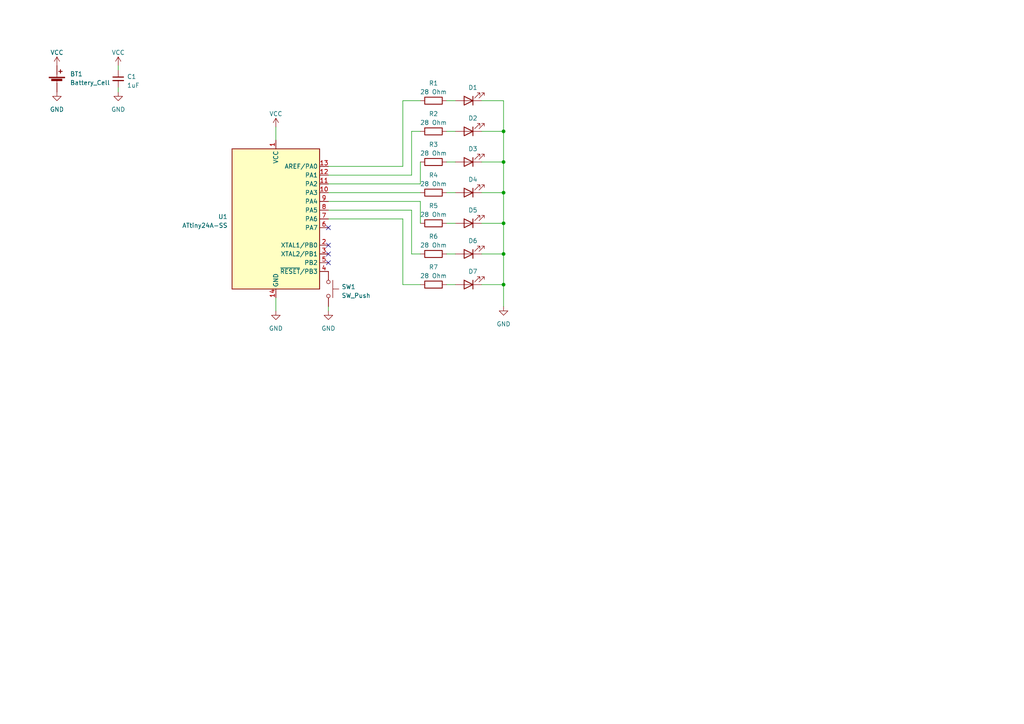
<source format=kicad_sch>
(kicad_sch (version 20230121) (generator eeschema)
  (paper "A4")
  (lib_symbols
    (symbol "Device:Battery_Cell" (pin_numbers hide) (pin_names (offset 0) hide)
      (property "Reference" "BT" (at 2.54 2.54 0))
      (property "Value" "Battery_Cell" (at 2.54 0 0))
      (symbol "Battery_Cell_0_1"
        (rectangle (start -2.286 1.778) (end 2.286 1.524) (fill (type outline)))
        (rectangle (start -1.5748 1.1938) (end 1.4732 0.6858) (fill (type outline)))
        (polyline (pts (xy 0 0.762) (xy 0 0)))
        (polyline (pts (xy 0 1.778) (xy 0 2.54)))
        (polyline (pts (xy 0.508 3.429) (xy 1.524 3.429)) (stroke (width 0.254)))
        (polyline (pts (xy 1.016 3.937) (xy 1.016 2.921)) (stroke (width 0.254)))
      )
      (symbol "Battery_Cell_1_1"
        (pin passive line (at 0 5.08 270) (length 2.54) (name "+") (number "1"))
        (pin passive line (at 0 -2.54 90) (length 2.54) (name "-") (number "2"))
      )
    )
    (symbol "Device:C_Small" (pin_numbers hide) (pin_names (offset 0.254) hide)
      (property "Reference" "C" (at 0.254 1.778 0))
      (property "Value" "C_Small" (at 0.254 -2.032 0))
      (symbol "C_Small_0_1"
        (polyline (pts (xy -1.524 -0.508) (xy 1.524 -0.508)) (stroke (width 0.3302)))
        (polyline (pts (xy -1.524 0.508) (xy 1.524 0.508)) (stroke (width 0.3048)))
      )
      (symbol "C_Small_1_1"
        (pin passive line (at 0 2.54 270) (length 2.032) (name "~") (number "1"))
        (pin passive line (at 0 -2.54 90) (length 2.032) (name "~") (number "2"))
      )
    )
    (symbol "Device:LED" (pin_numbers hide) (pin_names (offset 1.016) hide)
      (property "Reference" "D" (at 0 2.54 0))
      (property "Value" "LED" (at 0 -2.54 0))
      (symbol "LED_0_1"
        (polyline (pts (xy -1.27 -1.27) (xy -1.27 1.27)) (stroke (width 0.254)))
        (polyline (pts (xy -1.27 0) (xy 1.27 0)))
        (polyline (pts (xy 1.27 -1.27) (xy 1.27 1.27) (xy -1.27 0) (xy 1.27 -1.27)) (stroke (width 0.254)))
        (polyline (pts (xy -3.048 -0.762) (xy -4.572 -2.286) (xy -3.81 -2.286) (xy -4.572 -2.286) (xy -4.572 -1.524)))
        (polyline (pts (xy -1.778 -0.762) (xy -3.302 -2.286) (xy -2.54 -2.286) (xy -3.302 -2.286) (xy -3.302 -1.524)))
      )
      (symbol "LED_1_1"
        (pin passive line (at -3.81 0 0) (length 2.54) (name "K") (number "1"))
        (pin passive line (at 3.81 0 180) (length 2.54) (name "A") (number "2"))
      )
    )
    (symbol "Device:R" (pin_numbers hide) (pin_names (offset 0))
      (property "Reference" "R" (at 2.032 0 90))
      (property "Value" "R" (at 0 0 90))
      (symbol "R_0_1"
        (rectangle (start -1.016 -2.54) (end 1.016 2.54) (stroke (width 0.254)))
      )
      (symbol "R_1_1"
        (pin passive line (at 0 3.81 270) (length 1.27) (name "~") (number "1"))
        (pin passive line (at 0 -3.81 90) (length 1.27) (name "~") (number "2"))
      )
    )
    (symbol "MCU_Microchip_ATtiny:ATtiny24A-SS"
      (property "Reference" "U" (at -12.7 21.59 0))
      (property "Value" "ATtiny24A-SS" (at 2.54 -21.59 0))
      (symbol "ATtiny24A-SS_0_1"
        (rectangle (start -12.7 -20.32) (end 12.7 20.32) (stroke (width 0.254)) (fill (type background)))
      )
      (symbol "ATtiny24A-SS_1_1"
        (pin power_in line (at 0 22.86 270) (length 2.54) (name "VCC") (number "1"))
        (pin bidirectional line (at 15.24 7.62 180) (length 2.54) (name "PA3") (number "10"))
        (pin bidirectional line (at 15.24 10.16 180) (length 2.54) (name "PA2") (number "11"))
        (pin bidirectional line (at 15.24 12.7 180) (length 2.54) (name "PA1") (number "12"))
        (pin bidirectional line (at 15.24 15.24 180) (length 2.54) (name "AREF/PA0") (number "13"))
        (pin power_in line (at 0 -22.86 90) (length 2.54) (name "GND") (number "14"))
        (pin bidirectional line (at 15.24 -7.62 180) (length 2.54) (name "XTAL1/PB0") (number "2"))
        (pin bidirectional line (at 15.24 -10.16 180) (length 2.54) (name "XTAL2/PB1") (number "3"))
        (pin bidirectional line (at 15.24 -15.24 180) (length 2.54) (name "~{RESET}/PB3") (number "4"))
        (pin bidirectional line (at 15.24 -12.7 180) (length 2.54) (name "PB2") (number "5"))
        (pin bidirectional line (at 15.24 -2.54 180) (length 2.54) (name "PA7") (number "6"))
        (pin bidirectional line (at 15.24 0 180) (length 2.54) (name "PA6") (number "7"))
        (pin bidirectional line (at 15.24 2.54 180) (length 2.54) (name "PA5") (number "8"))
        (pin bidirectional line (at 15.24 5.08 180) (length 2.54) (name "PA4") (number "9"))
      )
    )
    (symbol "Switch:SW_Push" (pin_numbers hide) (pin_names (offset 1.016) hide)
      (property "Reference" "SW" (at 1.27 2.54 0))
      (property "Value" "SW_Push" (at 0 -1.524 0))
      (symbol "SW_Push_0_1"
        (circle (center -2.032 0) (radius 0.508))
        (polyline (pts (xy 0 1.27) (xy 0 3.048)))
        (polyline (pts (xy 2.54 1.27) (xy -2.54 1.27)))
        (circle (center 2.032 0) (radius 0.508))
        (pin passive line (at -5.08 0 0) (length 2.54) (name "1") (number "1"))
        (pin passive line (at 5.08 0 180) (length 2.54) (name "2") (number "2"))
      )
    )
    (symbol "power:GND" (power) (pin_names (offset 0))
      (property "Value" "GND" (at 0 -3.81 0))
      (symbol "GND_0_1"
        (polyline (pts (xy 0 0) (xy 0 -1.27) (xy 1.27 -1.27) (xy 0 -2.54) (xy -1.27 -1.27) (xy 0 -1.27)))
      )
      (symbol "GND_1_1"
        (pin power_in line (at 0 0 270) (length 0) hide (name "GND") (number "1"))
      )
    )
    (symbol "power:VCC" (power) (pin_names (offset 0))
      (property "Value" "VCC" (at 0 3.81 0))
      (symbol "VCC_0_1"
        (polyline (pts (xy -0.762 1.27) (xy 0 2.54)))
        (polyline (pts (xy 0 0) (xy 0 2.54)))
        (polyline (pts (xy 0 2.54) (xy 0.762 1.27)))
      )
      (symbol "VCC_1_1"
        (pin power_in line (at 0 0 90) (length 0) hide (name "VCC") (number "1"))
      )
    )
  )
  (junction (at 146.05 73.66))
  (junction (at 146.05 55.88))
  (junction (at 146.05 64.77))
  (junction (at 146.05 82.55))
  (junction (at 146.05 38.1))
  (junction (at 146.05 46.99))
  (no_connect (at 95.25 71.12))
  (no_connect (at 95.25 76.2))
  (no_connect (at 95.25 73.66))
  (no_connect (at 95.25 66.04))
  (wire (pts (xy 119.38 60.96) (xy 119.38 73.66)))
  (wire (pts (xy 146.05 88.9) (xy 146.05 82.55)))
  (wire (pts (xy 95.25 60.96) (xy 119.38 60.96)))
  (wire (pts (xy 146.05 38.1) (xy 146.05 29.21)))
  (wire (pts (xy 129.54 64.77) (xy 132.08 64.77)))
  (wire (pts (xy 95.25 90.17) (xy 95.25 88.9)))
  (wire (pts (xy 129.54 46.99) (xy 132.08 46.99)))
  (wire (pts (xy 139.7 73.66) (xy 146.05 73.66)))
  (wire (pts (xy 129.54 73.66) (xy 132.08 73.66)))
  (wire (pts (xy 146.05 64.77) (xy 146.05 55.88)))
  (wire (pts (xy 146.05 29.21) (xy 139.7 29.21)))
  (wire (pts (xy 80.01 36.83) (xy 80.01 40.64)))
  (wire (pts (xy 95.25 55.88) (xy 121.92 55.88)))
  (wire (pts (xy 116.84 82.55) (xy 121.92 82.55)))
  (wire (pts (xy 146.05 46.99) (xy 146.05 38.1)))
  (wire (pts (xy 121.92 53.34) (xy 121.92 46.99)))
  (wire (pts (xy 34.29 20.32) (xy 34.29 19.05)))
  (wire (pts (xy 116.84 29.21) (xy 121.92 29.21)))
  (wire (pts (xy 95.25 53.34) (xy 121.92 53.34)))
  (wire (pts (xy 146.05 82.55) (xy 146.05 73.66)))
  (wire (pts (xy 116.84 48.26) (xy 116.84 29.21)))
  (wire (pts (xy 119.38 50.8) (xy 119.38 38.1)))
  (wire (pts (xy 139.7 64.77) (xy 146.05 64.77)))
  (wire (pts (xy 139.7 46.99) (xy 146.05 46.99)))
  (wire (pts (xy 129.54 82.55) (xy 132.08 82.55)))
  (wire (pts (xy 139.7 82.55) (xy 146.05 82.55)))
  (wire (pts (xy 121.92 58.42) (xy 121.92 64.77)))
  (wire (pts (xy 119.38 73.66) (xy 121.92 73.66)))
  (wire (pts (xy 116.84 63.5) (xy 116.84 82.55)))
  (wire (pts (xy 95.25 48.26) (xy 116.84 48.26)))
  (wire (pts (xy 95.25 50.8) (xy 119.38 50.8)))
  (wire (pts (xy 95.25 58.42) (xy 121.92 58.42)))
  (wire (pts (xy 80.01 86.36) (xy 80.01 90.17)))
  (wire (pts (xy 129.54 55.88) (xy 132.08 55.88)))
  (wire (pts (xy 119.38 38.1) (xy 121.92 38.1)))
  (wire (pts (xy 95.25 63.5) (xy 116.84 63.5)))
  (wire (pts (xy 139.7 55.88) (xy 146.05 55.88)))
  (wire (pts (xy 146.05 73.66) (xy 146.05 64.77)))
  (wire (pts (xy 139.7 38.1) (xy 146.05 38.1)))
  (wire (pts (xy 129.54 38.1) (xy 132.08 38.1)))
  (wire (pts (xy 34.29 25.4) (xy 34.29 26.67)))
  (wire (pts (xy 129.54 29.21) (xy 132.08 29.21)))
  (wire (pts (xy 146.05 55.88) (xy 146.05 46.99)))
  (symbol (lib_id "power:VCC") (at 80.01 36.83 0) (unit 1)
    (property "Reference" "#PWR03" (effects hide))
    (property "Value" "VCC" (at 80.01 33.02 0))
  )
  (symbol (lib_id "power:VCC") (at 16.51 19.05 0) (unit 1)
    (property "Reference" "#PWR08" (effects hide))
    (property "Value" "VCC" (at 16.51 15.24 0))
  )
  (symbol (lib_id "Device:Battery_Cell") (at 16.51 24.13 0) (unit 1)
    (property "Reference" "BT1" (at 20.32 21.463 0) (effects (justify left)))
    (property "Value" "Battery_Cell" (at 20.32 24.003 0) (effects (justify left)))
    (property "Footprint" "Battery:BatteryHolder_ComfortableElectronic_CH273-2450_1x2450" (effects hide))
  )
  (symbol (lib_id "Device:LED") (at 135.89 55.88 180) (unit 1)
    (property "Reference" "D4" (at 137.16 52.07 0))
    (property "Value" "LED" (effects hide))
    (property "Footprint" "LED_SMD:LED_PLCC_2835_Handsoldering" (effects hide))
  )
  (symbol (lib_id "Device:R") (at 125.73 38.1 90) (unit 1)
    (property "Reference" "R2" (at 125.73 33.02 90))
    (property "Value" "28 Ohm" (at 125.73 35.56 90))
    (property "Footprint" "Resistor_SMD:R_1206_3216Metric_Pad1.30x1.75mm_HandSolder" (effects hide))
  )
  (symbol (lib_id "Device:LED") (at 135.89 82.55 180) (unit 1)
    (property "Reference" "D7" (at 137.16 78.74 0))
    (property "Value" "LED" (effects hide))
    (property "Footprint" "LED_SMD:LED_PLCC_2835_Handsoldering" (effects hide))
  )
  (symbol (lib_id "Device:R") (at 125.73 82.55 90) (unit 1)
    (property "Reference" "R7" (at 125.73 77.47 90))
    (property "Value" "28 Ohm" (at 125.73 80.01 90))
    (property "Footprint" "Resistor_SMD:R_1206_3216Metric_Pad1.30x1.75mm_HandSolder" (effects hide))
  )
  (symbol (lib_id "MCU_Microchip_ATtiny:ATtiny24A-SS") (at 80.01 63.5 0) (unit 1)
    (property "Reference" "U1" (at 66.04 62.865 0) (effects (justify right)))
    (property "Value" "ATtiny24A-SS" (at 66.04 65.405 0) (effects (justify right)))
    (property "Footprint" "Package_SO:SOIC-14_3.9x8.7mm_P1.27mm" (effects hide))
    (property "Datasheet" "http://ww1.microchip.com/downloads/en/DeviceDoc/doc8183.pdf" (effects hide))
  )
  (symbol (lib_id "Device:R") (at 125.73 73.66 90) (unit 1)
    (property "Reference" "R6" (at 125.73 68.58 90))
    (property "Value" "28 Ohm" (at 125.73 71.12 90))
    (property "Footprint" "Resistor_SMD:R_1206_3216Metric_Pad1.30x1.75mm_HandSolder" (effects hide))
  )
  (symbol (lib_id "power:VCC") (at 34.29 19.05 0) (unit 1)
    (property "Reference" "#PWR05" (effects hide))
    (property "Value" "VCC" (at 34.29 15.24 0))
  )
  (symbol (lib_id "power:GND") (at 16.51 26.67 0) (unit 1)
    (property "Reference" "#PWR07" (effects hide))
    (property "Value" "GND" (at 16.51 31.75 0))
  )
  (symbol (lib_id "Device:C_Small") (at 34.29 22.86 0) (unit 1)
    (property "Reference" "C1" (at 36.83 22.2313 0) (effects (justify left)))
    (property "Value" "1uF" (at 36.83 24.7713 0) (effects (justify left)))
    (property "Footprint" "Capacitor_SMD:C_0805_2012Metric_Pad1.18x1.45mm_HandSolder" (effects hide))
  )
  (symbol (lib_id "Device:LED") (at 135.89 73.66 180) (unit 1)
    (property "Reference" "D6" (at 137.16 69.85 0))
    (property "Value" "LED" (effects hide))
    (property "Footprint" "LED_SMD:LED_PLCC_2835_Handsoldering" (effects hide))
  )
  (symbol (lib_id "Device:LED") (at 135.89 46.99 180) (unit 1)
    (property "Reference" "D3" (at 137.16 43.18 0))
    (property "Value" "LED" (effects hide))
    (property "Footprint" "LED_SMD:LED_PLCC_2835_Handsoldering" (effects hide))
  )
  (symbol (lib_id "Device:R") (at 125.73 29.21 90) (unit 1)
    (property "Reference" "R1" (at 125.73 24.13 90))
    (property "Value" "28 Ohm" (at 125.73 26.67 90))
    (property "Footprint" "Resistor_SMD:R_1206_3216Metric_Pad1.30x1.75mm_HandSolder" (effects hide))
  )
  (symbol (lib_id "power:GND") (at 95.25 90.17 0) (unit 1)
    (property "Reference" "#PWR06" (effects hide))
    (property "Value" "GND" (at 95.25 95.25 0))
  )
  (symbol (lib_id "power:GND") (at 34.29 26.67 0) (unit 1)
    (property "Reference" "#PWR04" (effects hide))
    (property "Value" "GND" (at 34.29 31.75 0))
  )
  (symbol (lib_id "Device:R") (at 125.73 55.88 90) (unit 1)
    (property "Reference" "R4" (at 125.73 50.8 90))
    (property "Value" "28 Ohm" (at 125.73 53.34 90))
    (property "Footprint" "Resistor_SMD:R_1206_3216Metric_Pad1.30x1.75mm_HandSolder" (effects hide))
  )
  (symbol (lib_id "Device:LED") (at 135.89 38.1 180) (unit 1)
    (property "Reference" "D2" (at 137.16 34.29 0))
    (property "Value" "LED" (effects hide))
    (property "Footprint" "LED_SMD:LED_PLCC_2835_Handsoldering" (effects hide))
  )
  (symbol (lib_id "Device:LED") (at 135.89 64.77 180) (unit 1)
    (property "Reference" "D5" (at 137.16 60.96 0))
    (property "Value" "LED" (effects hide))
    (property "Footprint" "LED_SMD:LED_PLCC_2835_Handsoldering" (effects hide))
  )
  (symbol (lib_id "power:GND") (at 146.05 88.9 0) (unit 1)
    (property "Reference" "#PWR01" (effects hide))
    (property "Value" "GND" (at 146.05 93.98 0))
  )
  (symbol (lib_id "Device:LED") (at 135.89 29.21 180) (unit 1)
    (property "Reference" "D1" (at 137.16 25.4 0))
    (property "Value" "LED" (effects hide))
    (property "Footprint" "LED_SMD:LED_PLCC_2835_Handsoldering" (effects hide))
  )
  (symbol (lib_id "Switch:SW_Push") (at 95.25 83.82 270) (unit 1)
    (property "Reference" "SW1" (at 99.06 83.185 90) (effects (justify left)))
    (property "Value" "SW_Push" (at 99.06 85.725 90) (effects (justify left)))
    (property "Footprint" "Button_Switch_SMD:Panasonic_EVQPUJ_EVQPUA" (effects hide))
  )
  (symbol (lib_id "power:GND") (at 80.01 90.17 0) (unit 1)
    (property "Reference" "#PWR02" (effects hide))
    (property "Value" "GND" (at 80.01 95.25 0))
  )
  (symbol (lib_id "Device:R") (at 125.73 64.77 90) (unit 1)
    (property "Reference" "R5" (at 125.73 59.69 90))
    (property "Value" "28 Ohm" (at 125.73 62.23 90))
    (property "Footprint" "Resistor_SMD:R_1206_3216Metric_Pad1.30x1.75mm_HandSolder" (effects hide))
  )
  (symbol (lib_id "Device:R") (at 125.73 46.99 90) (unit 1)
    (property "Reference" "R3" (at 125.73 41.91 90))
    (property "Value" "28 Ohm" (at 125.73 44.45 90))
    (property "Footprint" "Resistor_SMD:R_1206_3216Metric_Pad1.30x1.75mm_HandSolder" (effects hide))
  )
)
</source>
